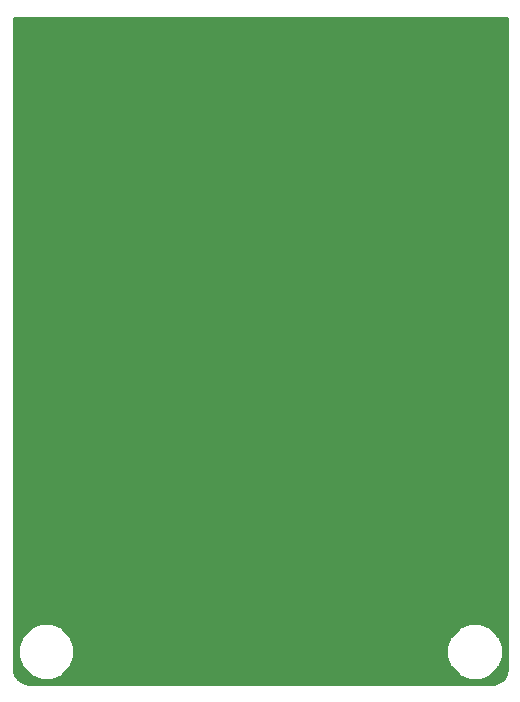
<source format=gbr>
G04 #@! TF.GenerationSoftware,KiCad,Pcbnew,5.0.2-bee76a0~70~ubuntu18.04.1*
G04 #@! TF.CreationDate,2019-01-05T09:40:10+09:00*
G04 #@! TF.ProjectId,bottom_pcb,626f7474-6f6d-45f7-9063-622e6b696361,rev?*
G04 #@! TF.SameCoordinates,Original*
G04 #@! TF.FileFunction,Copper,L1,Top*
G04 #@! TF.FilePolarity,Positive*
%FSLAX46Y46*%
G04 Gerber Fmt 4.6, Leading zero omitted, Abs format (unit mm)*
G04 Created by KiCad (PCBNEW 5.0.2-bee76a0~70~ubuntu18.04.1) date 2019年01月05日 09時40分10秒*
%MOMM*%
%LPD*%
G01*
G04 APERTURE LIST*
G04 #@! TA.AperFunction,NonConductor*
%ADD10C,0.254000*%
G04 #@! TD*
G04 APERTURE END LIST*
D10*
G36*
X168489960Y-117477787D02*
X168494256Y-117499387D01*
X168456157Y-117765427D01*
X168305621Y-118096512D01*
X168068211Y-118372039D01*
X167763016Y-118569856D01*
X167391043Y-118681100D01*
X167361993Y-118683259D01*
X167297348Y-118670400D01*
X127972572Y-118670400D01*
X127950973Y-118674696D01*
X127684933Y-118636597D01*
X127353848Y-118486061D01*
X127078321Y-118248651D01*
X126880504Y-117943456D01*
X126769260Y-117571483D01*
X126767101Y-117542433D01*
X126779960Y-117477788D01*
X126779960Y-115507991D01*
X127108004Y-115507991D01*
X127113960Y-115966834D01*
X127113960Y-116425806D01*
X127120110Y-116440654D01*
X127120319Y-116456723D01*
X127459689Y-117276036D01*
X127468048Y-117280650D01*
X127477055Y-117302394D01*
X128147966Y-117973305D01*
X128169710Y-117982312D01*
X128174324Y-117990671D01*
X128600553Y-118160773D01*
X129024554Y-118336400D01*
X129040627Y-118336400D01*
X129055551Y-118342356D01*
X129514394Y-118336400D01*
X129973366Y-118336400D01*
X129988214Y-118330250D01*
X130004283Y-118330041D01*
X130823596Y-117990671D01*
X130828210Y-117982312D01*
X130849954Y-117973305D01*
X131520865Y-117302394D01*
X131529872Y-117280650D01*
X131538231Y-117276036D01*
X131708333Y-116849807D01*
X131883960Y-116425806D01*
X131883960Y-116409733D01*
X131889916Y-116394809D01*
X131883960Y-115935966D01*
X131883960Y-115507991D01*
X163380004Y-115507991D01*
X163385960Y-115966834D01*
X163385960Y-116425806D01*
X163392110Y-116440654D01*
X163392319Y-116456723D01*
X163731689Y-117276036D01*
X163740048Y-117280650D01*
X163749055Y-117302394D01*
X164419966Y-117973305D01*
X164441710Y-117982312D01*
X164446324Y-117990671D01*
X164872553Y-118160773D01*
X165296554Y-118336400D01*
X165312627Y-118336400D01*
X165327551Y-118342356D01*
X165786394Y-118336400D01*
X166245366Y-118336400D01*
X166260214Y-118330250D01*
X166276283Y-118330041D01*
X167095596Y-117990671D01*
X167100210Y-117982312D01*
X167121954Y-117973305D01*
X167792865Y-117302394D01*
X167801872Y-117280650D01*
X167810231Y-117276036D01*
X167980333Y-116849807D01*
X168155960Y-116425806D01*
X168155960Y-116409733D01*
X168161916Y-116394809D01*
X168155960Y-115935966D01*
X168155960Y-115476994D01*
X168149810Y-115462146D01*
X168149601Y-115446077D01*
X167810231Y-114626764D01*
X167801872Y-114622150D01*
X167792865Y-114600406D01*
X167121954Y-113929495D01*
X167100210Y-113920488D01*
X167095596Y-113912129D01*
X166669367Y-113742027D01*
X166245366Y-113566400D01*
X166229293Y-113566400D01*
X166214369Y-113560444D01*
X165755526Y-113566400D01*
X165296554Y-113566400D01*
X165281706Y-113572550D01*
X165265637Y-113572759D01*
X164446324Y-113912129D01*
X164441710Y-113920488D01*
X164419966Y-113929495D01*
X163749055Y-114600406D01*
X163740048Y-114622150D01*
X163731689Y-114626764D01*
X163561587Y-115052993D01*
X163385960Y-115476994D01*
X163385960Y-115493067D01*
X163380004Y-115507991D01*
X131883960Y-115507991D01*
X131883960Y-115476994D01*
X131877810Y-115462146D01*
X131877601Y-115446077D01*
X131538231Y-114626764D01*
X131529872Y-114622150D01*
X131520865Y-114600406D01*
X130849954Y-113929495D01*
X130828210Y-113920488D01*
X130823596Y-113912129D01*
X130397367Y-113742027D01*
X129973366Y-113566400D01*
X129957293Y-113566400D01*
X129942369Y-113560444D01*
X129483526Y-113566400D01*
X129024554Y-113566400D01*
X129009706Y-113572550D01*
X128993637Y-113572759D01*
X128174324Y-113912129D01*
X128169710Y-113920488D01*
X128147966Y-113929495D01*
X127477055Y-114600406D01*
X127468048Y-114622150D01*
X127459689Y-114626764D01*
X127289587Y-115052993D01*
X127113960Y-115476994D01*
X127113960Y-115493067D01*
X127108004Y-115507991D01*
X126779960Y-115507991D01*
X126779960Y-62356083D01*
X168489961Y-62302175D01*
X168489960Y-117477787D01*
X168489960Y-117477787D01*
G37*
X168489960Y-117477787D02*
X168494256Y-117499387D01*
X168456157Y-117765427D01*
X168305621Y-118096512D01*
X168068211Y-118372039D01*
X167763016Y-118569856D01*
X167391043Y-118681100D01*
X167361993Y-118683259D01*
X167297348Y-118670400D01*
X127972572Y-118670400D01*
X127950973Y-118674696D01*
X127684933Y-118636597D01*
X127353848Y-118486061D01*
X127078321Y-118248651D01*
X126880504Y-117943456D01*
X126769260Y-117571483D01*
X126767101Y-117542433D01*
X126779960Y-117477788D01*
X126779960Y-115507991D01*
X127108004Y-115507991D01*
X127113960Y-115966834D01*
X127113960Y-116425806D01*
X127120110Y-116440654D01*
X127120319Y-116456723D01*
X127459689Y-117276036D01*
X127468048Y-117280650D01*
X127477055Y-117302394D01*
X128147966Y-117973305D01*
X128169710Y-117982312D01*
X128174324Y-117990671D01*
X128600553Y-118160773D01*
X129024554Y-118336400D01*
X129040627Y-118336400D01*
X129055551Y-118342356D01*
X129514394Y-118336400D01*
X129973366Y-118336400D01*
X129988214Y-118330250D01*
X130004283Y-118330041D01*
X130823596Y-117990671D01*
X130828210Y-117982312D01*
X130849954Y-117973305D01*
X131520865Y-117302394D01*
X131529872Y-117280650D01*
X131538231Y-117276036D01*
X131708333Y-116849807D01*
X131883960Y-116425806D01*
X131883960Y-116409733D01*
X131889916Y-116394809D01*
X131883960Y-115935966D01*
X131883960Y-115507991D01*
X163380004Y-115507991D01*
X163385960Y-115966834D01*
X163385960Y-116425806D01*
X163392110Y-116440654D01*
X163392319Y-116456723D01*
X163731689Y-117276036D01*
X163740048Y-117280650D01*
X163749055Y-117302394D01*
X164419966Y-117973305D01*
X164441710Y-117982312D01*
X164446324Y-117990671D01*
X164872553Y-118160773D01*
X165296554Y-118336400D01*
X165312627Y-118336400D01*
X165327551Y-118342356D01*
X165786394Y-118336400D01*
X166245366Y-118336400D01*
X166260214Y-118330250D01*
X166276283Y-118330041D01*
X167095596Y-117990671D01*
X167100210Y-117982312D01*
X167121954Y-117973305D01*
X167792865Y-117302394D01*
X167801872Y-117280650D01*
X167810231Y-117276036D01*
X167980333Y-116849807D01*
X168155960Y-116425806D01*
X168155960Y-116409733D01*
X168161916Y-116394809D01*
X168155960Y-115935966D01*
X168155960Y-115476994D01*
X168149810Y-115462146D01*
X168149601Y-115446077D01*
X167810231Y-114626764D01*
X167801872Y-114622150D01*
X167792865Y-114600406D01*
X167121954Y-113929495D01*
X167100210Y-113920488D01*
X167095596Y-113912129D01*
X166669367Y-113742027D01*
X166245366Y-113566400D01*
X166229293Y-113566400D01*
X166214369Y-113560444D01*
X165755526Y-113566400D01*
X165296554Y-113566400D01*
X165281706Y-113572550D01*
X165265637Y-113572759D01*
X164446324Y-113912129D01*
X164441710Y-113920488D01*
X164419966Y-113929495D01*
X163749055Y-114600406D01*
X163740048Y-114622150D01*
X163731689Y-114626764D01*
X163561587Y-115052993D01*
X163385960Y-115476994D01*
X163385960Y-115493067D01*
X163380004Y-115507991D01*
X131883960Y-115507991D01*
X131883960Y-115476994D01*
X131877810Y-115462146D01*
X131877601Y-115446077D01*
X131538231Y-114626764D01*
X131529872Y-114622150D01*
X131520865Y-114600406D01*
X130849954Y-113929495D01*
X130828210Y-113920488D01*
X130823596Y-113912129D01*
X130397367Y-113742027D01*
X129973366Y-113566400D01*
X129957293Y-113566400D01*
X129942369Y-113560444D01*
X129483526Y-113566400D01*
X129024554Y-113566400D01*
X129009706Y-113572550D01*
X128993637Y-113572759D01*
X128174324Y-113912129D01*
X128169710Y-113920488D01*
X128147966Y-113929495D01*
X127477055Y-114600406D01*
X127468048Y-114622150D01*
X127459689Y-114626764D01*
X127289587Y-115052993D01*
X127113960Y-115476994D01*
X127113960Y-115493067D01*
X127108004Y-115507991D01*
X126779960Y-115507991D01*
X126779960Y-62356083D01*
X168489961Y-62302175D01*
X168489960Y-117477787D01*
M02*

</source>
